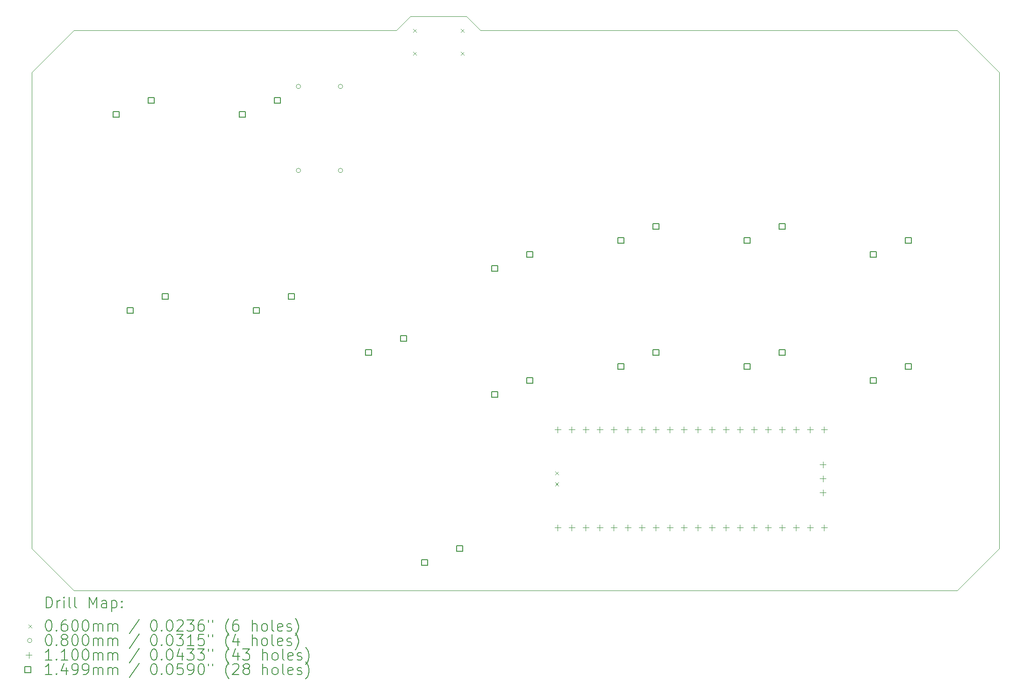
<source format=gbr>
%TF.GenerationSoftware,KiCad,Pcbnew,6.0.8-f2edbf62ab~116~ubuntu22.04.1*%
%TF.CreationDate,2022-10-10T15:37:35-06:00*%
%TF.ProjectId,PPP_pcb,5050505f-7063-4622-9e6b-696361645f70,rev?*%
%TF.SameCoordinates,Original*%
%TF.FileFunction,Drillmap*%
%TF.FilePolarity,Positive*%
%FSLAX45Y45*%
G04 Gerber Fmt 4.5, Leading zero omitted, Abs format (unit mm)*
G04 Created by KiCad (PCBNEW 6.0.8-f2edbf62ab~116~ubuntu22.04.1) date 2022-10-10 15:37:35*
%MOMM*%
%LPD*%
G01*
G04 APERTURE LIST*
%ADD10C,0.050000*%
%ADD11C,0.200000*%
%ADD12C,0.060000*%
%ADD13C,0.080000*%
%ADD14C,0.110000*%
%ADD15C,0.149860*%
G04 APERTURE END LIST*
D10*
X14478000Y-3556000D02*
X8636000Y-3556000D01*
X16002000Y-3556000D02*
X15748000Y-3302000D01*
X15748000Y-3302000D02*
X14732000Y-3302000D01*
X7874000Y-12954000D02*
X8636000Y-13716000D01*
X8636000Y-13716000D02*
X24638000Y-13716000D01*
X25400000Y-4318000D02*
X24638000Y-3556000D01*
X8636000Y-3556000D02*
X7874000Y-4318000D01*
X24638000Y-3556000D02*
X16002000Y-3556000D01*
X25400000Y-12954000D02*
X25400000Y-4318000D01*
X24638000Y-13716000D02*
X25400000Y-12954000D01*
X14732000Y-3302000D02*
X14478000Y-3556000D01*
X7874000Y-4318000D02*
X7874000Y-12954000D01*
D11*
D12*
X14778000Y-3526000D02*
X14838000Y-3586000D01*
X14838000Y-3526000D02*
X14778000Y-3586000D01*
X14778000Y-3944000D02*
X14838000Y-4004000D01*
X14838000Y-3944000D02*
X14778000Y-4004000D01*
X15642000Y-3526000D02*
X15702000Y-3586000D01*
X15702000Y-3526000D02*
X15642000Y-3586000D01*
X15642000Y-3944000D02*
X15702000Y-4004000D01*
X15702000Y-3944000D02*
X15642000Y-4004000D01*
X17352000Y-11554000D02*
X17412000Y-11614000D01*
X17412000Y-11554000D02*
X17352000Y-11614000D01*
X17352000Y-11754000D02*
X17412000Y-11814000D01*
X17412000Y-11754000D02*
X17352000Y-11814000D01*
D13*
X12740000Y-4572000D02*
G75*
G03*
X12740000Y-4572000I-40000J0D01*
G01*
X12740000Y-6096000D02*
G75*
G03*
X12740000Y-6096000I-40000J0D01*
G01*
X13502000Y-4572000D02*
G75*
G03*
X13502000Y-4572000I-40000J0D01*
G01*
X13502000Y-6096000D02*
G75*
G03*
X13502000Y-6096000I-40000J0D01*
G01*
D14*
X17399000Y-10740000D02*
X17399000Y-10850000D01*
X17344000Y-10795000D02*
X17454000Y-10795000D01*
X17399000Y-12518000D02*
X17399000Y-12628000D01*
X17344000Y-12573000D02*
X17454000Y-12573000D01*
X17653000Y-10740000D02*
X17653000Y-10850000D01*
X17598000Y-10795000D02*
X17708000Y-10795000D01*
X17653000Y-12518000D02*
X17653000Y-12628000D01*
X17598000Y-12573000D02*
X17708000Y-12573000D01*
X17907000Y-10740000D02*
X17907000Y-10850000D01*
X17852000Y-10795000D02*
X17962000Y-10795000D01*
X17907000Y-12518000D02*
X17907000Y-12628000D01*
X17852000Y-12573000D02*
X17962000Y-12573000D01*
X18161000Y-10740000D02*
X18161000Y-10850000D01*
X18106000Y-10795000D02*
X18216000Y-10795000D01*
X18161000Y-12518000D02*
X18161000Y-12628000D01*
X18106000Y-12573000D02*
X18216000Y-12573000D01*
X18415000Y-10740000D02*
X18415000Y-10850000D01*
X18360000Y-10795000D02*
X18470000Y-10795000D01*
X18415000Y-12518000D02*
X18415000Y-12628000D01*
X18360000Y-12573000D02*
X18470000Y-12573000D01*
X18669000Y-10740000D02*
X18669000Y-10850000D01*
X18614000Y-10795000D02*
X18724000Y-10795000D01*
X18669000Y-12518000D02*
X18669000Y-12628000D01*
X18614000Y-12573000D02*
X18724000Y-12573000D01*
X18923000Y-10740000D02*
X18923000Y-10850000D01*
X18868000Y-10795000D02*
X18978000Y-10795000D01*
X18923000Y-12518000D02*
X18923000Y-12628000D01*
X18868000Y-12573000D02*
X18978000Y-12573000D01*
X19177000Y-10740000D02*
X19177000Y-10850000D01*
X19122000Y-10795000D02*
X19232000Y-10795000D01*
X19177000Y-12518000D02*
X19177000Y-12628000D01*
X19122000Y-12573000D02*
X19232000Y-12573000D01*
X19431000Y-10740000D02*
X19431000Y-10850000D01*
X19376000Y-10795000D02*
X19486000Y-10795000D01*
X19431000Y-12518000D02*
X19431000Y-12628000D01*
X19376000Y-12573000D02*
X19486000Y-12573000D01*
X19685000Y-10740000D02*
X19685000Y-10850000D01*
X19630000Y-10795000D02*
X19740000Y-10795000D01*
X19685000Y-12518000D02*
X19685000Y-12628000D01*
X19630000Y-12573000D02*
X19740000Y-12573000D01*
X19939000Y-10740000D02*
X19939000Y-10850000D01*
X19884000Y-10795000D02*
X19994000Y-10795000D01*
X19939000Y-12518000D02*
X19939000Y-12628000D01*
X19884000Y-12573000D02*
X19994000Y-12573000D01*
X20193000Y-10740000D02*
X20193000Y-10850000D01*
X20138000Y-10795000D02*
X20248000Y-10795000D01*
X20193000Y-12518000D02*
X20193000Y-12628000D01*
X20138000Y-12573000D02*
X20248000Y-12573000D01*
X20447000Y-10740000D02*
X20447000Y-10850000D01*
X20392000Y-10795000D02*
X20502000Y-10795000D01*
X20447000Y-12518000D02*
X20447000Y-12628000D01*
X20392000Y-12573000D02*
X20502000Y-12573000D01*
X20701000Y-10740000D02*
X20701000Y-10850000D01*
X20646000Y-10795000D02*
X20756000Y-10795000D01*
X20701000Y-12518000D02*
X20701000Y-12628000D01*
X20646000Y-12573000D02*
X20756000Y-12573000D01*
X20955000Y-10740000D02*
X20955000Y-10850000D01*
X20900000Y-10795000D02*
X21010000Y-10795000D01*
X20955000Y-12518000D02*
X20955000Y-12628000D01*
X20900000Y-12573000D02*
X21010000Y-12573000D01*
X21209000Y-10740000D02*
X21209000Y-10850000D01*
X21154000Y-10795000D02*
X21264000Y-10795000D01*
X21209000Y-12518000D02*
X21209000Y-12628000D01*
X21154000Y-12573000D02*
X21264000Y-12573000D01*
X21463000Y-10740000D02*
X21463000Y-10850000D01*
X21408000Y-10795000D02*
X21518000Y-10795000D01*
X21463000Y-12518000D02*
X21463000Y-12628000D01*
X21408000Y-12573000D02*
X21518000Y-12573000D01*
X21717000Y-10740000D02*
X21717000Y-10850000D01*
X21662000Y-10795000D02*
X21772000Y-10795000D01*
X21717000Y-12518000D02*
X21717000Y-12628000D01*
X21662000Y-12573000D02*
X21772000Y-12573000D01*
X21971000Y-10740000D02*
X21971000Y-10850000D01*
X21916000Y-10795000D02*
X22026000Y-10795000D01*
X21971000Y-12518000D02*
X21971000Y-12628000D01*
X21916000Y-12573000D02*
X22026000Y-12573000D01*
X22202000Y-11375000D02*
X22202000Y-11485000D01*
X22147000Y-11430000D02*
X22257000Y-11430000D01*
X22202000Y-11629000D02*
X22202000Y-11739000D01*
X22147000Y-11684000D02*
X22257000Y-11684000D01*
X22202000Y-11883000D02*
X22202000Y-11993000D01*
X22147000Y-11938000D02*
X22257000Y-11938000D01*
X22225000Y-10740000D02*
X22225000Y-10850000D01*
X22170000Y-10795000D02*
X22280000Y-10795000D01*
X22225000Y-12518000D02*
X22225000Y-12628000D01*
X22170000Y-12573000D02*
X22280000Y-12573000D01*
D15*
X9450984Y-5132984D02*
X9450984Y-5027016D01*
X9345016Y-5027016D01*
X9345016Y-5132984D01*
X9450984Y-5132984D01*
X9704984Y-8688984D02*
X9704984Y-8583016D01*
X9599016Y-8583016D01*
X9599016Y-8688984D01*
X9704984Y-8688984D01*
X10085984Y-4878984D02*
X10085984Y-4773016D01*
X9980016Y-4773016D01*
X9980016Y-4878984D01*
X10085984Y-4878984D01*
X10339984Y-8434984D02*
X10339984Y-8329016D01*
X10234016Y-8329016D01*
X10234016Y-8434984D01*
X10339984Y-8434984D01*
X11736984Y-5132984D02*
X11736984Y-5027016D01*
X11631016Y-5027016D01*
X11631016Y-5132984D01*
X11736984Y-5132984D01*
X11990984Y-8688984D02*
X11990984Y-8583016D01*
X11885016Y-8583016D01*
X11885016Y-8688984D01*
X11990984Y-8688984D01*
X12371984Y-4878984D02*
X12371984Y-4773016D01*
X12266016Y-4773016D01*
X12266016Y-4878984D01*
X12371984Y-4878984D01*
X12625984Y-8434984D02*
X12625984Y-8329016D01*
X12520016Y-8329016D01*
X12520016Y-8434984D01*
X12625984Y-8434984D01*
X14022984Y-9450984D02*
X14022984Y-9345016D01*
X13917016Y-9345016D01*
X13917016Y-9450984D01*
X14022984Y-9450984D01*
X14657984Y-9196984D02*
X14657984Y-9091016D01*
X14552016Y-9091016D01*
X14552016Y-9196984D01*
X14657984Y-9196984D01*
X15038984Y-13260984D02*
X15038984Y-13155016D01*
X14933016Y-13155016D01*
X14933016Y-13260984D01*
X15038984Y-13260984D01*
X15673984Y-13006984D02*
X15673984Y-12901016D01*
X15568016Y-12901016D01*
X15568016Y-13006984D01*
X15673984Y-13006984D01*
X16308984Y-7926984D02*
X16308984Y-7821016D01*
X16203016Y-7821016D01*
X16203016Y-7926984D01*
X16308984Y-7926984D01*
X16308984Y-10212984D02*
X16308984Y-10107016D01*
X16203016Y-10107016D01*
X16203016Y-10212984D01*
X16308984Y-10212984D01*
X16943984Y-7672984D02*
X16943984Y-7567016D01*
X16838016Y-7567016D01*
X16838016Y-7672984D01*
X16943984Y-7672984D01*
X16943984Y-9958984D02*
X16943984Y-9853016D01*
X16838016Y-9853016D01*
X16838016Y-9958984D01*
X16943984Y-9958984D01*
X18594984Y-7418984D02*
X18594984Y-7313016D01*
X18489016Y-7313016D01*
X18489016Y-7418984D01*
X18594984Y-7418984D01*
X18594984Y-9704984D02*
X18594984Y-9599016D01*
X18489016Y-9599016D01*
X18489016Y-9704984D01*
X18594984Y-9704984D01*
X19229984Y-7164984D02*
X19229984Y-7059016D01*
X19124016Y-7059016D01*
X19124016Y-7164984D01*
X19229984Y-7164984D01*
X19229984Y-9450984D02*
X19229984Y-9345016D01*
X19124016Y-9345016D01*
X19124016Y-9450984D01*
X19229984Y-9450984D01*
X20880984Y-7418984D02*
X20880984Y-7313016D01*
X20775016Y-7313016D01*
X20775016Y-7418984D01*
X20880984Y-7418984D01*
X20880984Y-9704984D02*
X20880984Y-9599016D01*
X20775016Y-9599016D01*
X20775016Y-9704984D01*
X20880984Y-9704984D01*
X21515984Y-7164984D02*
X21515984Y-7059016D01*
X21410016Y-7059016D01*
X21410016Y-7164984D01*
X21515984Y-7164984D01*
X21515984Y-9450984D02*
X21515984Y-9345016D01*
X21410016Y-9345016D01*
X21410016Y-9450984D01*
X21515984Y-9450984D01*
X23166984Y-7672984D02*
X23166984Y-7567016D01*
X23061016Y-7567016D01*
X23061016Y-7672984D01*
X23166984Y-7672984D01*
X23166984Y-9958984D02*
X23166984Y-9853016D01*
X23061016Y-9853016D01*
X23061016Y-9958984D01*
X23166984Y-9958984D01*
X23801984Y-7418984D02*
X23801984Y-7313016D01*
X23696016Y-7313016D01*
X23696016Y-7418984D01*
X23801984Y-7418984D01*
X23801984Y-9704984D02*
X23801984Y-9599016D01*
X23696016Y-9599016D01*
X23696016Y-9704984D01*
X23801984Y-9704984D01*
D11*
X8129119Y-14028976D02*
X8129119Y-13828976D01*
X8176738Y-13828976D01*
X8205309Y-13838500D01*
X8224357Y-13857548D01*
X8233881Y-13876595D01*
X8243405Y-13914690D01*
X8243405Y-13943262D01*
X8233881Y-13981357D01*
X8224357Y-14000405D01*
X8205309Y-14019452D01*
X8176738Y-14028976D01*
X8129119Y-14028976D01*
X8329119Y-14028976D02*
X8329119Y-13895643D01*
X8329119Y-13933738D02*
X8338643Y-13914690D01*
X8348167Y-13905167D01*
X8367214Y-13895643D01*
X8386262Y-13895643D01*
X8452929Y-14028976D02*
X8452929Y-13895643D01*
X8452929Y-13828976D02*
X8443405Y-13838500D01*
X8452929Y-13848024D01*
X8462452Y-13838500D01*
X8452929Y-13828976D01*
X8452929Y-13848024D01*
X8576738Y-14028976D02*
X8557690Y-14019452D01*
X8548167Y-14000405D01*
X8548167Y-13828976D01*
X8681500Y-14028976D02*
X8662452Y-14019452D01*
X8652929Y-14000405D01*
X8652929Y-13828976D01*
X8910071Y-14028976D02*
X8910071Y-13828976D01*
X8976738Y-13971833D01*
X9043405Y-13828976D01*
X9043405Y-14028976D01*
X9224357Y-14028976D02*
X9224357Y-13924214D01*
X9214833Y-13905167D01*
X9195786Y-13895643D01*
X9157690Y-13895643D01*
X9138643Y-13905167D01*
X9224357Y-14019452D02*
X9205310Y-14028976D01*
X9157690Y-14028976D01*
X9138643Y-14019452D01*
X9129119Y-14000405D01*
X9129119Y-13981357D01*
X9138643Y-13962309D01*
X9157690Y-13952786D01*
X9205310Y-13952786D01*
X9224357Y-13943262D01*
X9319595Y-13895643D02*
X9319595Y-14095643D01*
X9319595Y-13905167D02*
X9338643Y-13895643D01*
X9376738Y-13895643D01*
X9395786Y-13905167D01*
X9405310Y-13914690D01*
X9414833Y-13933738D01*
X9414833Y-13990881D01*
X9405310Y-14009928D01*
X9395786Y-14019452D01*
X9376738Y-14028976D01*
X9338643Y-14028976D01*
X9319595Y-14019452D01*
X9500548Y-14009928D02*
X9510071Y-14019452D01*
X9500548Y-14028976D01*
X9491024Y-14019452D01*
X9500548Y-14009928D01*
X9500548Y-14028976D01*
X9500548Y-13905167D02*
X9510071Y-13914690D01*
X9500548Y-13924214D01*
X9491024Y-13914690D01*
X9500548Y-13905167D01*
X9500548Y-13924214D01*
D12*
X7811500Y-14328500D02*
X7871500Y-14388500D01*
X7871500Y-14328500D02*
X7811500Y-14388500D01*
D11*
X8167214Y-14248976D02*
X8186262Y-14248976D01*
X8205309Y-14258500D01*
X8214833Y-14268024D01*
X8224357Y-14287071D01*
X8233881Y-14325167D01*
X8233881Y-14372786D01*
X8224357Y-14410881D01*
X8214833Y-14429928D01*
X8205309Y-14439452D01*
X8186262Y-14448976D01*
X8167214Y-14448976D01*
X8148167Y-14439452D01*
X8138643Y-14429928D01*
X8129119Y-14410881D01*
X8119595Y-14372786D01*
X8119595Y-14325167D01*
X8129119Y-14287071D01*
X8138643Y-14268024D01*
X8148167Y-14258500D01*
X8167214Y-14248976D01*
X8319595Y-14429928D02*
X8329119Y-14439452D01*
X8319595Y-14448976D01*
X8310071Y-14439452D01*
X8319595Y-14429928D01*
X8319595Y-14448976D01*
X8500548Y-14248976D02*
X8462452Y-14248976D01*
X8443405Y-14258500D01*
X8433881Y-14268024D01*
X8414833Y-14296595D01*
X8405310Y-14334690D01*
X8405310Y-14410881D01*
X8414833Y-14429928D01*
X8424357Y-14439452D01*
X8443405Y-14448976D01*
X8481500Y-14448976D01*
X8500548Y-14439452D01*
X8510071Y-14429928D01*
X8519595Y-14410881D01*
X8519595Y-14363262D01*
X8510071Y-14344214D01*
X8500548Y-14334690D01*
X8481500Y-14325167D01*
X8443405Y-14325167D01*
X8424357Y-14334690D01*
X8414833Y-14344214D01*
X8405310Y-14363262D01*
X8643405Y-14248976D02*
X8662452Y-14248976D01*
X8681500Y-14258500D01*
X8691024Y-14268024D01*
X8700548Y-14287071D01*
X8710071Y-14325167D01*
X8710071Y-14372786D01*
X8700548Y-14410881D01*
X8691024Y-14429928D01*
X8681500Y-14439452D01*
X8662452Y-14448976D01*
X8643405Y-14448976D01*
X8624357Y-14439452D01*
X8614833Y-14429928D01*
X8605310Y-14410881D01*
X8595786Y-14372786D01*
X8595786Y-14325167D01*
X8605310Y-14287071D01*
X8614833Y-14268024D01*
X8624357Y-14258500D01*
X8643405Y-14248976D01*
X8833881Y-14248976D02*
X8852929Y-14248976D01*
X8871976Y-14258500D01*
X8881500Y-14268024D01*
X8891024Y-14287071D01*
X8900548Y-14325167D01*
X8900548Y-14372786D01*
X8891024Y-14410881D01*
X8881500Y-14429928D01*
X8871976Y-14439452D01*
X8852929Y-14448976D01*
X8833881Y-14448976D01*
X8814833Y-14439452D01*
X8805310Y-14429928D01*
X8795786Y-14410881D01*
X8786262Y-14372786D01*
X8786262Y-14325167D01*
X8795786Y-14287071D01*
X8805310Y-14268024D01*
X8814833Y-14258500D01*
X8833881Y-14248976D01*
X8986262Y-14448976D02*
X8986262Y-14315643D01*
X8986262Y-14334690D02*
X8995786Y-14325167D01*
X9014833Y-14315643D01*
X9043405Y-14315643D01*
X9062452Y-14325167D01*
X9071976Y-14344214D01*
X9071976Y-14448976D01*
X9071976Y-14344214D02*
X9081500Y-14325167D01*
X9100548Y-14315643D01*
X9129119Y-14315643D01*
X9148167Y-14325167D01*
X9157690Y-14344214D01*
X9157690Y-14448976D01*
X9252929Y-14448976D02*
X9252929Y-14315643D01*
X9252929Y-14334690D02*
X9262452Y-14325167D01*
X9281500Y-14315643D01*
X9310071Y-14315643D01*
X9329119Y-14325167D01*
X9338643Y-14344214D01*
X9338643Y-14448976D01*
X9338643Y-14344214D02*
X9348167Y-14325167D01*
X9367214Y-14315643D01*
X9395786Y-14315643D01*
X9414833Y-14325167D01*
X9424357Y-14344214D01*
X9424357Y-14448976D01*
X9814833Y-14239452D02*
X9643405Y-14496595D01*
X10071976Y-14248976D02*
X10091024Y-14248976D01*
X10110071Y-14258500D01*
X10119595Y-14268024D01*
X10129119Y-14287071D01*
X10138643Y-14325167D01*
X10138643Y-14372786D01*
X10129119Y-14410881D01*
X10119595Y-14429928D01*
X10110071Y-14439452D01*
X10091024Y-14448976D01*
X10071976Y-14448976D01*
X10052929Y-14439452D01*
X10043405Y-14429928D01*
X10033881Y-14410881D01*
X10024357Y-14372786D01*
X10024357Y-14325167D01*
X10033881Y-14287071D01*
X10043405Y-14268024D01*
X10052929Y-14258500D01*
X10071976Y-14248976D01*
X10224357Y-14429928D02*
X10233881Y-14439452D01*
X10224357Y-14448976D01*
X10214833Y-14439452D01*
X10224357Y-14429928D01*
X10224357Y-14448976D01*
X10357690Y-14248976D02*
X10376738Y-14248976D01*
X10395786Y-14258500D01*
X10405310Y-14268024D01*
X10414833Y-14287071D01*
X10424357Y-14325167D01*
X10424357Y-14372786D01*
X10414833Y-14410881D01*
X10405310Y-14429928D01*
X10395786Y-14439452D01*
X10376738Y-14448976D01*
X10357690Y-14448976D01*
X10338643Y-14439452D01*
X10329119Y-14429928D01*
X10319595Y-14410881D01*
X10310071Y-14372786D01*
X10310071Y-14325167D01*
X10319595Y-14287071D01*
X10329119Y-14268024D01*
X10338643Y-14258500D01*
X10357690Y-14248976D01*
X10500548Y-14268024D02*
X10510071Y-14258500D01*
X10529119Y-14248976D01*
X10576738Y-14248976D01*
X10595786Y-14258500D01*
X10605310Y-14268024D01*
X10614833Y-14287071D01*
X10614833Y-14306119D01*
X10605310Y-14334690D01*
X10491024Y-14448976D01*
X10614833Y-14448976D01*
X10681500Y-14248976D02*
X10805310Y-14248976D01*
X10738643Y-14325167D01*
X10767214Y-14325167D01*
X10786262Y-14334690D01*
X10795786Y-14344214D01*
X10805310Y-14363262D01*
X10805310Y-14410881D01*
X10795786Y-14429928D01*
X10786262Y-14439452D01*
X10767214Y-14448976D01*
X10710071Y-14448976D01*
X10691024Y-14439452D01*
X10681500Y-14429928D01*
X10976738Y-14248976D02*
X10938643Y-14248976D01*
X10919595Y-14258500D01*
X10910071Y-14268024D01*
X10891024Y-14296595D01*
X10881500Y-14334690D01*
X10881500Y-14410881D01*
X10891024Y-14429928D01*
X10900548Y-14439452D01*
X10919595Y-14448976D01*
X10957690Y-14448976D01*
X10976738Y-14439452D01*
X10986262Y-14429928D01*
X10995786Y-14410881D01*
X10995786Y-14363262D01*
X10986262Y-14344214D01*
X10976738Y-14334690D01*
X10957690Y-14325167D01*
X10919595Y-14325167D01*
X10900548Y-14334690D01*
X10891024Y-14344214D01*
X10881500Y-14363262D01*
X11071976Y-14248976D02*
X11071976Y-14287071D01*
X11148167Y-14248976D02*
X11148167Y-14287071D01*
X11443405Y-14525167D02*
X11433881Y-14515643D01*
X11414833Y-14487071D01*
X11405309Y-14468024D01*
X11395786Y-14439452D01*
X11386262Y-14391833D01*
X11386262Y-14353738D01*
X11395786Y-14306119D01*
X11405309Y-14277548D01*
X11414833Y-14258500D01*
X11433881Y-14229928D01*
X11443405Y-14220405D01*
X11605309Y-14248976D02*
X11567214Y-14248976D01*
X11548167Y-14258500D01*
X11538643Y-14268024D01*
X11519595Y-14296595D01*
X11510071Y-14334690D01*
X11510071Y-14410881D01*
X11519595Y-14429928D01*
X11529119Y-14439452D01*
X11548167Y-14448976D01*
X11586262Y-14448976D01*
X11605309Y-14439452D01*
X11614833Y-14429928D01*
X11624357Y-14410881D01*
X11624357Y-14363262D01*
X11614833Y-14344214D01*
X11605309Y-14334690D01*
X11586262Y-14325167D01*
X11548167Y-14325167D01*
X11529119Y-14334690D01*
X11519595Y-14344214D01*
X11510071Y-14363262D01*
X11862452Y-14448976D02*
X11862452Y-14248976D01*
X11948167Y-14448976D02*
X11948167Y-14344214D01*
X11938643Y-14325167D01*
X11919595Y-14315643D01*
X11891024Y-14315643D01*
X11871976Y-14325167D01*
X11862452Y-14334690D01*
X12071976Y-14448976D02*
X12052928Y-14439452D01*
X12043405Y-14429928D01*
X12033881Y-14410881D01*
X12033881Y-14353738D01*
X12043405Y-14334690D01*
X12052928Y-14325167D01*
X12071976Y-14315643D01*
X12100548Y-14315643D01*
X12119595Y-14325167D01*
X12129119Y-14334690D01*
X12138643Y-14353738D01*
X12138643Y-14410881D01*
X12129119Y-14429928D01*
X12119595Y-14439452D01*
X12100548Y-14448976D01*
X12071976Y-14448976D01*
X12252928Y-14448976D02*
X12233881Y-14439452D01*
X12224357Y-14420405D01*
X12224357Y-14248976D01*
X12405309Y-14439452D02*
X12386262Y-14448976D01*
X12348167Y-14448976D01*
X12329119Y-14439452D01*
X12319595Y-14420405D01*
X12319595Y-14344214D01*
X12329119Y-14325167D01*
X12348167Y-14315643D01*
X12386262Y-14315643D01*
X12405309Y-14325167D01*
X12414833Y-14344214D01*
X12414833Y-14363262D01*
X12319595Y-14382309D01*
X12491024Y-14439452D02*
X12510071Y-14448976D01*
X12548167Y-14448976D01*
X12567214Y-14439452D01*
X12576738Y-14420405D01*
X12576738Y-14410881D01*
X12567214Y-14391833D01*
X12548167Y-14382309D01*
X12519595Y-14382309D01*
X12500548Y-14372786D01*
X12491024Y-14353738D01*
X12491024Y-14344214D01*
X12500548Y-14325167D01*
X12519595Y-14315643D01*
X12548167Y-14315643D01*
X12567214Y-14325167D01*
X12643405Y-14525167D02*
X12652928Y-14515643D01*
X12671976Y-14487071D01*
X12681500Y-14468024D01*
X12691024Y-14439452D01*
X12700548Y-14391833D01*
X12700548Y-14353738D01*
X12691024Y-14306119D01*
X12681500Y-14277548D01*
X12671976Y-14258500D01*
X12652928Y-14229928D01*
X12643405Y-14220405D01*
D13*
X7871500Y-14622500D02*
G75*
G03*
X7871500Y-14622500I-40000J0D01*
G01*
D11*
X8167214Y-14512976D02*
X8186262Y-14512976D01*
X8205309Y-14522500D01*
X8214833Y-14532024D01*
X8224357Y-14551071D01*
X8233881Y-14589167D01*
X8233881Y-14636786D01*
X8224357Y-14674881D01*
X8214833Y-14693928D01*
X8205309Y-14703452D01*
X8186262Y-14712976D01*
X8167214Y-14712976D01*
X8148167Y-14703452D01*
X8138643Y-14693928D01*
X8129119Y-14674881D01*
X8119595Y-14636786D01*
X8119595Y-14589167D01*
X8129119Y-14551071D01*
X8138643Y-14532024D01*
X8148167Y-14522500D01*
X8167214Y-14512976D01*
X8319595Y-14693928D02*
X8329119Y-14703452D01*
X8319595Y-14712976D01*
X8310071Y-14703452D01*
X8319595Y-14693928D01*
X8319595Y-14712976D01*
X8443405Y-14598690D02*
X8424357Y-14589167D01*
X8414833Y-14579643D01*
X8405310Y-14560595D01*
X8405310Y-14551071D01*
X8414833Y-14532024D01*
X8424357Y-14522500D01*
X8443405Y-14512976D01*
X8481500Y-14512976D01*
X8500548Y-14522500D01*
X8510071Y-14532024D01*
X8519595Y-14551071D01*
X8519595Y-14560595D01*
X8510071Y-14579643D01*
X8500548Y-14589167D01*
X8481500Y-14598690D01*
X8443405Y-14598690D01*
X8424357Y-14608214D01*
X8414833Y-14617738D01*
X8405310Y-14636786D01*
X8405310Y-14674881D01*
X8414833Y-14693928D01*
X8424357Y-14703452D01*
X8443405Y-14712976D01*
X8481500Y-14712976D01*
X8500548Y-14703452D01*
X8510071Y-14693928D01*
X8519595Y-14674881D01*
X8519595Y-14636786D01*
X8510071Y-14617738D01*
X8500548Y-14608214D01*
X8481500Y-14598690D01*
X8643405Y-14512976D02*
X8662452Y-14512976D01*
X8681500Y-14522500D01*
X8691024Y-14532024D01*
X8700548Y-14551071D01*
X8710071Y-14589167D01*
X8710071Y-14636786D01*
X8700548Y-14674881D01*
X8691024Y-14693928D01*
X8681500Y-14703452D01*
X8662452Y-14712976D01*
X8643405Y-14712976D01*
X8624357Y-14703452D01*
X8614833Y-14693928D01*
X8605310Y-14674881D01*
X8595786Y-14636786D01*
X8595786Y-14589167D01*
X8605310Y-14551071D01*
X8614833Y-14532024D01*
X8624357Y-14522500D01*
X8643405Y-14512976D01*
X8833881Y-14512976D02*
X8852929Y-14512976D01*
X8871976Y-14522500D01*
X8881500Y-14532024D01*
X8891024Y-14551071D01*
X8900548Y-14589167D01*
X8900548Y-14636786D01*
X8891024Y-14674881D01*
X8881500Y-14693928D01*
X8871976Y-14703452D01*
X8852929Y-14712976D01*
X8833881Y-14712976D01*
X8814833Y-14703452D01*
X8805310Y-14693928D01*
X8795786Y-14674881D01*
X8786262Y-14636786D01*
X8786262Y-14589167D01*
X8795786Y-14551071D01*
X8805310Y-14532024D01*
X8814833Y-14522500D01*
X8833881Y-14512976D01*
X8986262Y-14712976D02*
X8986262Y-14579643D01*
X8986262Y-14598690D02*
X8995786Y-14589167D01*
X9014833Y-14579643D01*
X9043405Y-14579643D01*
X9062452Y-14589167D01*
X9071976Y-14608214D01*
X9071976Y-14712976D01*
X9071976Y-14608214D02*
X9081500Y-14589167D01*
X9100548Y-14579643D01*
X9129119Y-14579643D01*
X9148167Y-14589167D01*
X9157690Y-14608214D01*
X9157690Y-14712976D01*
X9252929Y-14712976D02*
X9252929Y-14579643D01*
X9252929Y-14598690D02*
X9262452Y-14589167D01*
X9281500Y-14579643D01*
X9310071Y-14579643D01*
X9329119Y-14589167D01*
X9338643Y-14608214D01*
X9338643Y-14712976D01*
X9338643Y-14608214D02*
X9348167Y-14589167D01*
X9367214Y-14579643D01*
X9395786Y-14579643D01*
X9414833Y-14589167D01*
X9424357Y-14608214D01*
X9424357Y-14712976D01*
X9814833Y-14503452D02*
X9643405Y-14760595D01*
X10071976Y-14512976D02*
X10091024Y-14512976D01*
X10110071Y-14522500D01*
X10119595Y-14532024D01*
X10129119Y-14551071D01*
X10138643Y-14589167D01*
X10138643Y-14636786D01*
X10129119Y-14674881D01*
X10119595Y-14693928D01*
X10110071Y-14703452D01*
X10091024Y-14712976D01*
X10071976Y-14712976D01*
X10052929Y-14703452D01*
X10043405Y-14693928D01*
X10033881Y-14674881D01*
X10024357Y-14636786D01*
X10024357Y-14589167D01*
X10033881Y-14551071D01*
X10043405Y-14532024D01*
X10052929Y-14522500D01*
X10071976Y-14512976D01*
X10224357Y-14693928D02*
X10233881Y-14703452D01*
X10224357Y-14712976D01*
X10214833Y-14703452D01*
X10224357Y-14693928D01*
X10224357Y-14712976D01*
X10357690Y-14512976D02*
X10376738Y-14512976D01*
X10395786Y-14522500D01*
X10405310Y-14532024D01*
X10414833Y-14551071D01*
X10424357Y-14589167D01*
X10424357Y-14636786D01*
X10414833Y-14674881D01*
X10405310Y-14693928D01*
X10395786Y-14703452D01*
X10376738Y-14712976D01*
X10357690Y-14712976D01*
X10338643Y-14703452D01*
X10329119Y-14693928D01*
X10319595Y-14674881D01*
X10310071Y-14636786D01*
X10310071Y-14589167D01*
X10319595Y-14551071D01*
X10329119Y-14532024D01*
X10338643Y-14522500D01*
X10357690Y-14512976D01*
X10491024Y-14512976D02*
X10614833Y-14512976D01*
X10548167Y-14589167D01*
X10576738Y-14589167D01*
X10595786Y-14598690D01*
X10605310Y-14608214D01*
X10614833Y-14627262D01*
X10614833Y-14674881D01*
X10605310Y-14693928D01*
X10595786Y-14703452D01*
X10576738Y-14712976D01*
X10519595Y-14712976D01*
X10500548Y-14703452D01*
X10491024Y-14693928D01*
X10805310Y-14712976D02*
X10691024Y-14712976D01*
X10748167Y-14712976D02*
X10748167Y-14512976D01*
X10729119Y-14541548D01*
X10710071Y-14560595D01*
X10691024Y-14570119D01*
X10986262Y-14512976D02*
X10891024Y-14512976D01*
X10881500Y-14608214D01*
X10891024Y-14598690D01*
X10910071Y-14589167D01*
X10957690Y-14589167D01*
X10976738Y-14598690D01*
X10986262Y-14608214D01*
X10995786Y-14627262D01*
X10995786Y-14674881D01*
X10986262Y-14693928D01*
X10976738Y-14703452D01*
X10957690Y-14712976D01*
X10910071Y-14712976D01*
X10891024Y-14703452D01*
X10881500Y-14693928D01*
X11071976Y-14512976D02*
X11071976Y-14551071D01*
X11148167Y-14512976D02*
X11148167Y-14551071D01*
X11443405Y-14789167D02*
X11433881Y-14779643D01*
X11414833Y-14751071D01*
X11405309Y-14732024D01*
X11395786Y-14703452D01*
X11386262Y-14655833D01*
X11386262Y-14617738D01*
X11395786Y-14570119D01*
X11405309Y-14541548D01*
X11414833Y-14522500D01*
X11433881Y-14493928D01*
X11443405Y-14484405D01*
X11605309Y-14579643D02*
X11605309Y-14712976D01*
X11557690Y-14503452D02*
X11510071Y-14646309D01*
X11633881Y-14646309D01*
X11862452Y-14712976D02*
X11862452Y-14512976D01*
X11948167Y-14712976D02*
X11948167Y-14608214D01*
X11938643Y-14589167D01*
X11919595Y-14579643D01*
X11891024Y-14579643D01*
X11871976Y-14589167D01*
X11862452Y-14598690D01*
X12071976Y-14712976D02*
X12052928Y-14703452D01*
X12043405Y-14693928D01*
X12033881Y-14674881D01*
X12033881Y-14617738D01*
X12043405Y-14598690D01*
X12052928Y-14589167D01*
X12071976Y-14579643D01*
X12100548Y-14579643D01*
X12119595Y-14589167D01*
X12129119Y-14598690D01*
X12138643Y-14617738D01*
X12138643Y-14674881D01*
X12129119Y-14693928D01*
X12119595Y-14703452D01*
X12100548Y-14712976D01*
X12071976Y-14712976D01*
X12252928Y-14712976D02*
X12233881Y-14703452D01*
X12224357Y-14684405D01*
X12224357Y-14512976D01*
X12405309Y-14703452D02*
X12386262Y-14712976D01*
X12348167Y-14712976D01*
X12329119Y-14703452D01*
X12319595Y-14684405D01*
X12319595Y-14608214D01*
X12329119Y-14589167D01*
X12348167Y-14579643D01*
X12386262Y-14579643D01*
X12405309Y-14589167D01*
X12414833Y-14608214D01*
X12414833Y-14627262D01*
X12319595Y-14646309D01*
X12491024Y-14703452D02*
X12510071Y-14712976D01*
X12548167Y-14712976D01*
X12567214Y-14703452D01*
X12576738Y-14684405D01*
X12576738Y-14674881D01*
X12567214Y-14655833D01*
X12548167Y-14646309D01*
X12519595Y-14646309D01*
X12500548Y-14636786D01*
X12491024Y-14617738D01*
X12491024Y-14608214D01*
X12500548Y-14589167D01*
X12519595Y-14579643D01*
X12548167Y-14579643D01*
X12567214Y-14589167D01*
X12643405Y-14789167D02*
X12652928Y-14779643D01*
X12671976Y-14751071D01*
X12681500Y-14732024D01*
X12691024Y-14703452D01*
X12700548Y-14655833D01*
X12700548Y-14617738D01*
X12691024Y-14570119D01*
X12681500Y-14541548D01*
X12671976Y-14522500D01*
X12652928Y-14493928D01*
X12643405Y-14484405D01*
D14*
X7816500Y-14831500D02*
X7816500Y-14941500D01*
X7761500Y-14886500D02*
X7871500Y-14886500D01*
D11*
X8233881Y-14976976D02*
X8119595Y-14976976D01*
X8176738Y-14976976D02*
X8176738Y-14776976D01*
X8157690Y-14805548D01*
X8138643Y-14824595D01*
X8119595Y-14834119D01*
X8319595Y-14957928D02*
X8329119Y-14967452D01*
X8319595Y-14976976D01*
X8310071Y-14967452D01*
X8319595Y-14957928D01*
X8319595Y-14976976D01*
X8519595Y-14976976D02*
X8405310Y-14976976D01*
X8462452Y-14976976D02*
X8462452Y-14776976D01*
X8443405Y-14805548D01*
X8424357Y-14824595D01*
X8405310Y-14834119D01*
X8643405Y-14776976D02*
X8662452Y-14776976D01*
X8681500Y-14786500D01*
X8691024Y-14796024D01*
X8700548Y-14815071D01*
X8710071Y-14853167D01*
X8710071Y-14900786D01*
X8700548Y-14938881D01*
X8691024Y-14957928D01*
X8681500Y-14967452D01*
X8662452Y-14976976D01*
X8643405Y-14976976D01*
X8624357Y-14967452D01*
X8614833Y-14957928D01*
X8605310Y-14938881D01*
X8595786Y-14900786D01*
X8595786Y-14853167D01*
X8605310Y-14815071D01*
X8614833Y-14796024D01*
X8624357Y-14786500D01*
X8643405Y-14776976D01*
X8833881Y-14776976D02*
X8852929Y-14776976D01*
X8871976Y-14786500D01*
X8881500Y-14796024D01*
X8891024Y-14815071D01*
X8900548Y-14853167D01*
X8900548Y-14900786D01*
X8891024Y-14938881D01*
X8881500Y-14957928D01*
X8871976Y-14967452D01*
X8852929Y-14976976D01*
X8833881Y-14976976D01*
X8814833Y-14967452D01*
X8805310Y-14957928D01*
X8795786Y-14938881D01*
X8786262Y-14900786D01*
X8786262Y-14853167D01*
X8795786Y-14815071D01*
X8805310Y-14796024D01*
X8814833Y-14786500D01*
X8833881Y-14776976D01*
X8986262Y-14976976D02*
X8986262Y-14843643D01*
X8986262Y-14862690D02*
X8995786Y-14853167D01*
X9014833Y-14843643D01*
X9043405Y-14843643D01*
X9062452Y-14853167D01*
X9071976Y-14872214D01*
X9071976Y-14976976D01*
X9071976Y-14872214D02*
X9081500Y-14853167D01*
X9100548Y-14843643D01*
X9129119Y-14843643D01*
X9148167Y-14853167D01*
X9157690Y-14872214D01*
X9157690Y-14976976D01*
X9252929Y-14976976D02*
X9252929Y-14843643D01*
X9252929Y-14862690D02*
X9262452Y-14853167D01*
X9281500Y-14843643D01*
X9310071Y-14843643D01*
X9329119Y-14853167D01*
X9338643Y-14872214D01*
X9338643Y-14976976D01*
X9338643Y-14872214D02*
X9348167Y-14853167D01*
X9367214Y-14843643D01*
X9395786Y-14843643D01*
X9414833Y-14853167D01*
X9424357Y-14872214D01*
X9424357Y-14976976D01*
X9814833Y-14767452D02*
X9643405Y-15024595D01*
X10071976Y-14776976D02*
X10091024Y-14776976D01*
X10110071Y-14786500D01*
X10119595Y-14796024D01*
X10129119Y-14815071D01*
X10138643Y-14853167D01*
X10138643Y-14900786D01*
X10129119Y-14938881D01*
X10119595Y-14957928D01*
X10110071Y-14967452D01*
X10091024Y-14976976D01*
X10071976Y-14976976D01*
X10052929Y-14967452D01*
X10043405Y-14957928D01*
X10033881Y-14938881D01*
X10024357Y-14900786D01*
X10024357Y-14853167D01*
X10033881Y-14815071D01*
X10043405Y-14796024D01*
X10052929Y-14786500D01*
X10071976Y-14776976D01*
X10224357Y-14957928D02*
X10233881Y-14967452D01*
X10224357Y-14976976D01*
X10214833Y-14967452D01*
X10224357Y-14957928D01*
X10224357Y-14976976D01*
X10357690Y-14776976D02*
X10376738Y-14776976D01*
X10395786Y-14786500D01*
X10405310Y-14796024D01*
X10414833Y-14815071D01*
X10424357Y-14853167D01*
X10424357Y-14900786D01*
X10414833Y-14938881D01*
X10405310Y-14957928D01*
X10395786Y-14967452D01*
X10376738Y-14976976D01*
X10357690Y-14976976D01*
X10338643Y-14967452D01*
X10329119Y-14957928D01*
X10319595Y-14938881D01*
X10310071Y-14900786D01*
X10310071Y-14853167D01*
X10319595Y-14815071D01*
X10329119Y-14796024D01*
X10338643Y-14786500D01*
X10357690Y-14776976D01*
X10595786Y-14843643D02*
X10595786Y-14976976D01*
X10548167Y-14767452D02*
X10500548Y-14910309D01*
X10624357Y-14910309D01*
X10681500Y-14776976D02*
X10805310Y-14776976D01*
X10738643Y-14853167D01*
X10767214Y-14853167D01*
X10786262Y-14862690D01*
X10795786Y-14872214D01*
X10805310Y-14891262D01*
X10805310Y-14938881D01*
X10795786Y-14957928D01*
X10786262Y-14967452D01*
X10767214Y-14976976D01*
X10710071Y-14976976D01*
X10691024Y-14967452D01*
X10681500Y-14957928D01*
X10871976Y-14776976D02*
X10995786Y-14776976D01*
X10929119Y-14853167D01*
X10957690Y-14853167D01*
X10976738Y-14862690D01*
X10986262Y-14872214D01*
X10995786Y-14891262D01*
X10995786Y-14938881D01*
X10986262Y-14957928D01*
X10976738Y-14967452D01*
X10957690Y-14976976D01*
X10900548Y-14976976D01*
X10881500Y-14967452D01*
X10871976Y-14957928D01*
X11071976Y-14776976D02*
X11071976Y-14815071D01*
X11148167Y-14776976D02*
X11148167Y-14815071D01*
X11443405Y-15053167D02*
X11433881Y-15043643D01*
X11414833Y-15015071D01*
X11405309Y-14996024D01*
X11395786Y-14967452D01*
X11386262Y-14919833D01*
X11386262Y-14881738D01*
X11395786Y-14834119D01*
X11405309Y-14805548D01*
X11414833Y-14786500D01*
X11433881Y-14757928D01*
X11443405Y-14748405D01*
X11605309Y-14843643D02*
X11605309Y-14976976D01*
X11557690Y-14767452D02*
X11510071Y-14910309D01*
X11633881Y-14910309D01*
X11691024Y-14776976D02*
X11814833Y-14776976D01*
X11748167Y-14853167D01*
X11776738Y-14853167D01*
X11795786Y-14862690D01*
X11805309Y-14872214D01*
X11814833Y-14891262D01*
X11814833Y-14938881D01*
X11805309Y-14957928D01*
X11795786Y-14967452D01*
X11776738Y-14976976D01*
X11719595Y-14976976D01*
X11700548Y-14967452D01*
X11691024Y-14957928D01*
X12052928Y-14976976D02*
X12052928Y-14776976D01*
X12138643Y-14976976D02*
X12138643Y-14872214D01*
X12129119Y-14853167D01*
X12110071Y-14843643D01*
X12081500Y-14843643D01*
X12062452Y-14853167D01*
X12052928Y-14862690D01*
X12262452Y-14976976D02*
X12243405Y-14967452D01*
X12233881Y-14957928D01*
X12224357Y-14938881D01*
X12224357Y-14881738D01*
X12233881Y-14862690D01*
X12243405Y-14853167D01*
X12262452Y-14843643D01*
X12291024Y-14843643D01*
X12310071Y-14853167D01*
X12319595Y-14862690D01*
X12329119Y-14881738D01*
X12329119Y-14938881D01*
X12319595Y-14957928D01*
X12310071Y-14967452D01*
X12291024Y-14976976D01*
X12262452Y-14976976D01*
X12443405Y-14976976D02*
X12424357Y-14967452D01*
X12414833Y-14948405D01*
X12414833Y-14776976D01*
X12595786Y-14967452D02*
X12576738Y-14976976D01*
X12538643Y-14976976D01*
X12519595Y-14967452D01*
X12510071Y-14948405D01*
X12510071Y-14872214D01*
X12519595Y-14853167D01*
X12538643Y-14843643D01*
X12576738Y-14843643D01*
X12595786Y-14853167D01*
X12605309Y-14872214D01*
X12605309Y-14891262D01*
X12510071Y-14910309D01*
X12681500Y-14967452D02*
X12700548Y-14976976D01*
X12738643Y-14976976D01*
X12757690Y-14967452D01*
X12767214Y-14948405D01*
X12767214Y-14938881D01*
X12757690Y-14919833D01*
X12738643Y-14910309D01*
X12710071Y-14910309D01*
X12691024Y-14900786D01*
X12681500Y-14881738D01*
X12681500Y-14872214D01*
X12691024Y-14853167D01*
X12710071Y-14843643D01*
X12738643Y-14843643D01*
X12757690Y-14853167D01*
X12833881Y-15053167D02*
X12843405Y-15043643D01*
X12862452Y-15015071D01*
X12871976Y-14996024D01*
X12881500Y-14967452D01*
X12891024Y-14919833D01*
X12891024Y-14881738D01*
X12881500Y-14834119D01*
X12871976Y-14805548D01*
X12862452Y-14786500D01*
X12843405Y-14757928D01*
X12833881Y-14748405D01*
D15*
X7849554Y-15203484D02*
X7849554Y-15097516D01*
X7743586Y-15097516D01*
X7743586Y-15203484D01*
X7849554Y-15203484D01*
D11*
X8233881Y-15240976D02*
X8119595Y-15240976D01*
X8176738Y-15240976D02*
X8176738Y-15040976D01*
X8157690Y-15069548D01*
X8138643Y-15088595D01*
X8119595Y-15098119D01*
X8319595Y-15221928D02*
X8329119Y-15231452D01*
X8319595Y-15240976D01*
X8310071Y-15231452D01*
X8319595Y-15221928D01*
X8319595Y-15240976D01*
X8500548Y-15107643D02*
X8500548Y-15240976D01*
X8452929Y-15031452D02*
X8405310Y-15174309D01*
X8529119Y-15174309D01*
X8614833Y-15240976D02*
X8652929Y-15240976D01*
X8671976Y-15231452D01*
X8681500Y-15221928D01*
X8700548Y-15193357D01*
X8710071Y-15155262D01*
X8710071Y-15079071D01*
X8700548Y-15060024D01*
X8691024Y-15050500D01*
X8671976Y-15040976D01*
X8633881Y-15040976D01*
X8614833Y-15050500D01*
X8605310Y-15060024D01*
X8595786Y-15079071D01*
X8595786Y-15126690D01*
X8605310Y-15145738D01*
X8614833Y-15155262D01*
X8633881Y-15164786D01*
X8671976Y-15164786D01*
X8691024Y-15155262D01*
X8700548Y-15145738D01*
X8710071Y-15126690D01*
X8805310Y-15240976D02*
X8843405Y-15240976D01*
X8862452Y-15231452D01*
X8871976Y-15221928D01*
X8891024Y-15193357D01*
X8900548Y-15155262D01*
X8900548Y-15079071D01*
X8891024Y-15060024D01*
X8881500Y-15050500D01*
X8862452Y-15040976D01*
X8824357Y-15040976D01*
X8805310Y-15050500D01*
X8795786Y-15060024D01*
X8786262Y-15079071D01*
X8786262Y-15126690D01*
X8795786Y-15145738D01*
X8805310Y-15155262D01*
X8824357Y-15164786D01*
X8862452Y-15164786D01*
X8881500Y-15155262D01*
X8891024Y-15145738D01*
X8900548Y-15126690D01*
X8986262Y-15240976D02*
X8986262Y-15107643D01*
X8986262Y-15126690D02*
X8995786Y-15117167D01*
X9014833Y-15107643D01*
X9043405Y-15107643D01*
X9062452Y-15117167D01*
X9071976Y-15136214D01*
X9071976Y-15240976D01*
X9071976Y-15136214D02*
X9081500Y-15117167D01*
X9100548Y-15107643D01*
X9129119Y-15107643D01*
X9148167Y-15117167D01*
X9157690Y-15136214D01*
X9157690Y-15240976D01*
X9252929Y-15240976D02*
X9252929Y-15107643D01*
X9252929Y-15126690D02*
X9262452Y-15117167D01*
X9281500Y-15107643D01*
X9310071Y-15107643D01*
X9329119Y-15117167D01*
X9338643Y-15136214D01*
X9338643Y-15240976D01*
X9338643Y-15136214D02*
X9348167Y-15117167D01*
X9367214Y-15107643D01*
X9395786Y-15107643D01*
X9414833Y-15117167D01*
X9424357Y-15136214D01*
X9424357Y-15240976D01*
X9814833Y-15031452D02*
X9643405Y-15288595D01*
X10071976Y-15040976D02*
X10091024Y-15040976D01*
X10110071Y-15050500D01*
X10119595Y-15060024D01*
X10129119Y-15079071D01*
X10138643Y-15117167D01*
X10138643Y-15164786D01*
X10129119Y-15202881D01*
X10119595Y-15221928D01*
X10110071Y-15231452D01*
X10091024Y-15240976D01*
X10071976Y-15240976D01*
X10052929Y-15231452D01*
X10043405Y-15221928D01*
X10033881Y-15202881D01*
X10024357Y-15164786D01*
X10024357Y-15117167D01*
X10033881Y-15079071D01*
X10043405Y-15060024D01*
X10052929Y-15050500D01*
X10071976Y-15040976D01*
X10224357Y-15221928D02*
X10233881Y-15231452D01*
X10224357Y-15240976D01*
X10214833Y-15231452D01*
X10224357Y-15221928D01*
X10224357Y-15240976D01*
X10357690Y-15040976D02*
X10376738Y-15040976D01*
X10395786Y-15050500D01*
X10405310Y-15060024D01*
X10414833Y-15079071D01*
X10424357Y-15117167D01*
X10424357Y-15164786D01*
X10414833Y-15202881D01*
X10405310Y-15221928D01*
X10395786Y-15231452D01*
X10376738Y-15240976D01*
X10357690Y-15240976D01*
X10338643Y-15231452D01*
X10329119Y-15221928D01*
X10319595Y-15202881D01*
X10310071Y-15164786D01*
X10310071Y-15117167D01*
X10319595Y-15079071D01*
X10329119Y-15060024D01*
X10338643Y-15050500D01*
X10357690Y-15040976D01*
X10605310Y-15040976D02*
X10510071Y-15040976D01*
X10500548Y-15136214D01*
X10510071Y-15126690D01*
X10529119Y-15117167D01*
X10576738Y-15117167D01*
X10595786Y-15126690D01*
X10605310Y-15136214D01*
X10614833Y-15155262D01*
X10614833Y-15202881D01*
X10605310Y-15221928D01*
X10595786Y-15231452D01*
X10576738Y-15240976D01*
X10529119Y-15240976D01*
X10510071Y-15231452D01*
X10500548Y-15221928D01*
X10710071Y-15240976D02*
X10748167Y-15240976D01*
X10767214Y-15231452D01*
X10776738Y-15221928D01*
X10795786Y-15193357D01*
X10805310Y-15155262D01*
X10805310Y-15079071D01*
X10795786Y-15060024D01*
X10786262Y-15050500D01*
X10767214Y-15040976D01*
X10729119Y-15040976D01*
X10710071Y-15050500D01*
X10700548Y-15060024D01*
X10691024Y-15079071D01*
X10691024Y-15126690D01*
X10700548Y-15145738D01*
X10710071Y-15155262D01*
X10729119Y-15164786D01*
X10767214Y-15164786D01*
X10786262Y-15155262D01*
X10795786Y-15145738D01*
X10805310Y-15126690D01*
X10929119Y-15040976D02*
X10948167Y-15040976D01*
X10967214Y-15050500D01*
X10976738Y-15060024D01*
X10986262Y-15079071D01*
X10995786Y-15117167D01*
X10995786Y-15164786D01*
X10986262Y-15202881D01*
X10976738Y-15221928D01*
X10967214Y-15231452D01*
X10948167Y-15240976D01*
X10929119Y-15240976D01*
X10910071Y-15231452D01*
X10900548Y-15221928D01*
X10891024Y-15202881D01*
X10881500Y-15164786D01*
X10881500Y-15117167D01*
X10891024Y-15079071D01*
X10900548Y-15060024D01*
X10910071Y-15050500D01*
X10929119Y-15040976D01*
X11071976Y-15040976D02*
X11071976Y-15079071D01*
X11148167Y-15040976D02*
X11148167Y-15079071D01*
X11443405Y-15317167D02*
X11433881Y-15307643D01*
X11414833Y-15279071D01*
X11405309Y-15260024D01*
X11395786Y-15231452D01*
X11386262Y-15183833D01*
X11386262Y-15145738D01*
X11395786Y-15098119D01*
X11405309Y-15069548D01*
X11414833Y-15050500D01*
X11433881Y-15021928D01*
X11443405Y-15012405D01*
X11510071Y-15060024D02*
X11519595Y-15050500D01*
X11538643Y-15040976D01*
X11586262Y-15040976D01*
X11605309Y-15050500D01*
X11614833Y-15060024D01*
X11624357Y-15079071D01*
X11624357Y-15098119D01*
X11614833Y-15126690D01*
X11500548Y-15240976D01*
X11624357Y-15240976D01*
X11738643Y-15126690D02*
X11719595Y-15117167D01*
X11710071Y-15107643D01*
X11700548Y-15088595D01*
X11700548Y-15079071D01*
X11710071Y-15060024D01*
X11719595Y-15050500D01*
X11738643Y-15040976D01*
X11776738Y-15040976D01*
X11795786Y-15050500D01*
X11805309Y-15060024D01*
X11814833Y-15079071D01*
X11814833Y-15088595D01*
X11805309Y-15107643D01*
X11795786Y-15117167D01*
X11776738Y-15126690D01*
X11738643Y-15126690D01*
X11719595Y-15136214D01*
X11710071Y-15145738D01*
X11700548Y-15164786D01*
X11700548Y-15202881D01*
X11710071Y-15221928D01*
X11719595Y-15231452D01*
X11738643Y-15240976D01*
X11776738Y-15240976D01*
X11795786Y-15231452D01*
X11805309Y-15221928D01*
X11814833Y-15202881D01*
X11814833Y-15164786D01*
X11805309Y-15145738D01*
X11795786Y-15136214D01*
X11776738Y-15126690D01*
X12052928Y-15240976D02*
X12052928Y-15040976D01*
X12138643Y-15240976D02*
X12138643Y-15136214D01*
X12129119Y-15117167D01*
X12110071Y-15107643D01*
X12081500Y-15107643D01*
X12062452Y-15117167D01*
X12052928Y-15126690D01*
X12262452Y-15240976D02*
X12243405Y-15231452D01*
X12233881Y-15221928D01*
X12224357Y-15202881D01*
X12224357Y-15145738D01*
X12233881Y-15126690D01*
X12243405Y-15117167D01*
X12262452Y-15107643D01*
X12291024Y-15107643D01*
X12310071Y-15117167D01*
X12319595Y-15126690D01*
X12329119Y-15145738D01*
X12329119Y-15202881D01*
X12319595Y-15221928D01*
X12310071Y-15231452D01*
X12291024Y-15240976D01*
X12262452Y-15240976D01*
X12443405Y-15240976D02*
X12424357Y-15231452D01*
X12414833Y-15212405D01*
X12414833Y-15040976D01*
X12595786Y-15231452D02*
X12576738Y-15240976D01*
X12538643Y-15240976D01*
X12519595Y-15231452D01*
X12510071Y-15212405D01*
X12510071Y-15136214D01*
X12519595Y-15117167D01*
X12538643Y-15107643D01*
X12576738Y-15107643D01*
X12595786Y-15117167D01*
X12605309Y-15136214D01*
X12605309Y-15155262D01*
X12510071Y-15174309D01*
X12681500Y-15231452D02*
X12700548Y-15240976D01*
X12738643Y-15240976D01*
X12757690Y-15231452D01*
X12767214Y-15212405D01*
X12767214Y-15202881D01*
X12757690Y-15183833D01*
X12738643Y-15174309D01*
X12710071Y-15174309D01*
X12691024Y-15164786D01*
X12681500Y-15145738D01*
X12681500Y-15136214D01*
X12691024Y-15117167D01*
X12710071Y-15107643D01*
X12738643Y-15107643D01*
X12757690Y-15117167D01*
X12833881Y-15317167D02*
X12843405Y-15307643D01*
X12862452Y-15279071D01*
X12871976Y-15260024D01*
X12881500Y-15231452D01*
X12891024Y-15183833D01*
X12891024Y-15145738D01*
X12881500Y-15098119D01*
X12871976Y-15069548D01*
X12862452Y-15050500D01*
X12843405Y-15021928D01*
X12833881Y-15012405D01*
M02*

</source>
